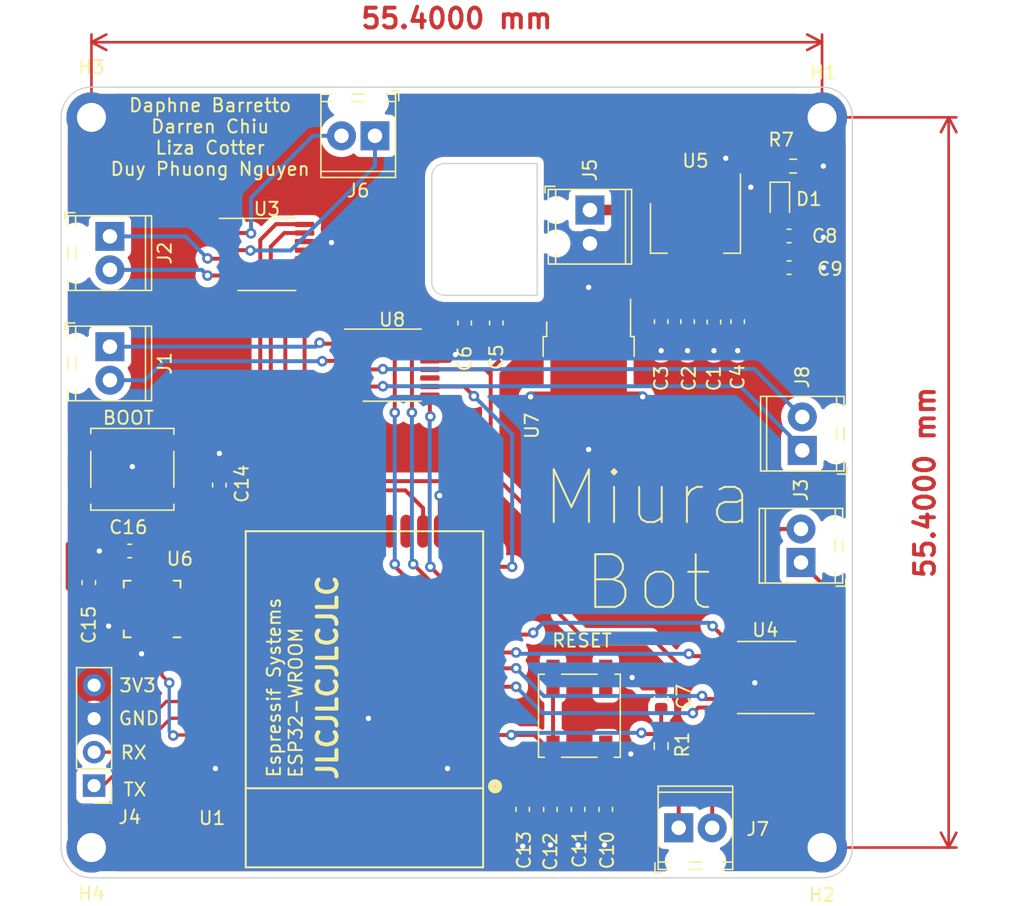
<source format=kicad_pcb>
(kicad_pcb (version 20211014) (generator pcbnew)
  (layers (0 "F.Cu" signal) (31 "B.Cu" signal) (34 "B.Paste" user) (35 "F.Paste" user) (36 "B.SilkS" user "B.Silkscreen") (37 "F.SilkS" user "F.Silkscreen") (38 "B.Mask" user) (39 "F.Mask" user) (44 "Edge.Cuts" user))
  (net 0 "")
  (net 1 "GND")
  (net 7 "Net-(J6-Pad2)")
  (net 9 "Net-(D1-Pad1)")
  (net 11 "+3V3")
  (net 13 "Net-(C16-Pad1)")
  (net 15 "Net-(J1-Pad1)")
  (net 17 "Net-(J1-Pad2)")
  (net 18 "Net-(J2-Pad1)")
  (net 20 "TXD0")
  (net 21 "Net-(J2-Pad2)")
  (net 23 "RXD0")
  (net 24 "Net-(J3-Pad1)")
  (net 26 "MOTOR_SUPPLY")
  (net 28 "Net-(J3-Pad2)")
  (net 29 "Net-(J6-Pad1)")
  (net 32 "Net-(J7-Pad1)")
  (net 33 "Net-(J7-Pad2)")
  (net 35 "Net-(J8-Pad1)")
  (net 36 "Net-(J8-Pad2)")
  (net 40 "MOTOR_B22_IN")
  (net 41 "MOTOR_B21_IN")
  (net 42 "MOTOR_A22_IN")
  (net 43 "MOTOR_A21_IN")
  (net 44 "MOTOR_B12_IN")
  (net 45 "MOTOR_B11_IN")
  (net 46 "MOTOR_A12_IN")
  (net 47 "MOTOR_A11_IN")
  (net 52 "SDA")
  (net 53 "SCL")
  (net 70 "Net-(C7-Pad1)")
  (net 71 "Net-(C14-Pad1)")
  (net 78 "VBAT")
  (net 79 "MOTOR_B31_IN")
  (net 80 "MOTOR_B32_IN")
  (net 81 "MOTOR_A32_IN")
  (net 82 "MOTOR_A31_IN")
  (footprint "Capacitor_SMD:C_0603_1608Metric" (layer "F.Cu") (at 110.5 42.825 -90)
    (fp_text reference "C1")
    (fp_text value "10uF")
  )
  (footprint "TerminalBlock_Phoenix:TerminalBlock_Phoenix_MPT-0,5-2-2.54_1x02_P2.54mm_Horizontal" (layer "F.Cu") (at 107.83 81.2)
    (fp_text reference "J7")
    (fp_text value "Screw_Terminal_01x02")
  )
  (footprint "TerminalBlock_Phoenix:TerminalBlock_Phoenix_MPT-0,5-2-2.54_1x02_P2.54mm_Horizontal" (layer "F.Cu") (at 64.7 36.33 -90)
    (fp_text reference "J2")
    (fp_text value "Screw_Terminal_01x02")
  )
  (footprint "Capacitor_SMD:C_0603_1608Metric" (layer "F.Cu") (at 112.3 42.8 -90)
    (fp_text reference "C4")
    (fp_text value "10uF")
  )
  (footprint "ESP32-footprints-Lib:ESP32-WROOM" (layer "F.Cu") (at 84 69.2 180)
    (fp_text reference "U1")
    (fp_text value "ESP32-WROOM")
  )
  (footprint "Capacitor_SMD:C_0603_1608Metric" (layer "F.Cu") (at 73 55.2 90)
    (fp_text reference "C14")
    (fp_text value "0.1uF")
  )
  (footprint "Capacitor_SMD:C_0603_1608Metric" (layer "F.Cu") (at 100.2 79.8 -90)
    (fp_text reference "C11")
    (fp_text value "0.1uF")
  )
  (footprint "Package_SO:TSSOP-16_4.4x5mm_P0.65mm" (layer "F.Cu") (at 86.1 46.1)
    (fp_text reference "U8")
    (fp_text value "DRV8833PW")
  )
  (footprint "Button_Switch_SMD:SW_SPST_EVPBF" (layer "F.Cu") (at 100.3 72.7 90)
    (fp_text reference "SW1" hide)
    (fp_text value "SW_Push")
  )
  (footprint "Capacitor_SMD:C_0603_1608Metric" (layer "F.Cu") (at 106.5 42.8 -90)
    (fp_text reference "C3")
    (fp_text value "10uF")
  )
  (footprint "Resistor_SMD:R_0603_1608Metric_Pad0.98x0.95mm_HandSolder" (layer "F.Cu") (at 116.5 31 180)
    (fp_text reference "R7")
    (fp_text value "10k")
  )
  (footprint "MountingHole:MountingHole_2.2mm_M2_DIN965_Pad" (layer "F.Cu") (at 63.3 82.7)
    (fp_text reference "H4")
    (fp_text value "MountingHole_Pad")
  )
  (footprint "Package_SO:TSSOP-16_4.4x5mm_P0.65mm" (layer "F.Cu") (at 114.5 69.8 180)
    (fp_text reference "U4")
    (fp_text value "DRV8833PW")
  )
  (footprint "Capacitor_SMD:C_0603_1608Metric" (layer "F.Cu") (at 116.2 36.3)
    (fp_text reference "C8")
    (fp_text value "10uF")
  )
  (footprint "Connector_PinHeader_2.54mm:PinHeader_1x04_P2.54mm_Vertical" (layer "F.Cu") (at 63.5 78 180)
    (fp_text reference "J4")
    (fp_text value "Conn_01x04_Male")
  )
  (footprint "Capacitor_SMD:C_0603_1608Metric" (layer "F.Cu") (at 91.6 42.9 -90)
    (fp_text reference "C6")
    (fp_text value "10uF")
  )
  (footprint "MountingHole:MountingHole_2.2mm_M2_DIN965_Pad" (layer "F.Cu") (at 118.7 27.3)
    (fp_text reference "H1")
    (fp_text value "MountingHole_Pad")
  )
  (footprint "Capacitor_SMD:C_0603_1608Metric" (layer "F.Cu") (at 63.1 62.6 90)
    (fp_text reference "C15")
    (fp_text value "0.1uF")
  )
  (footprint "Package_SO:TSSOP-16_4.4x5mm_P0.65mm" (layer "F.Cu") (at 76.6 37.7)
    (fp_text reference "U3")
    (fp_text value "DRV8833PW")
  )
  (footprint "Capacitor_SMD:C_0603_1608Metric" (layer "F.Cu") (at 94 42.9 -90)
    (fp_text reference "C5")
    (fp_text value "10uF")
  )
  (footprint "TerminalBlock_Phoenix:TerminalBlock_Phoenix_MPT-0,5-2-2.54_1x02_P2.54mm_Horizontal" (layer "F.Cu") (at 117.1 61.07 90)
    (fp_text reference "J3")
    (fp_text value "Screw_Terminal_01x02")
  )
  (footprint "Capacitor_SMD:C_0603_1608Metric" (layer "F.Cu") (at 102.3 79.8 -90)
    (fp_text reference "C10")
    (fp_text value "0.1uF")
  )
  (footprint "MountingHole:MountingHole_2.2mm_M2_DIN965_Pad" (layer "F.Cu") (at 63.3 27.3)
    (fp_text reference "H3")
    (fp_text value "MountingHole_Pad")
  )
  (footprint "LED_SMD:LED_0603_1608Metric" (layer "F.Cu") (at 115.5 33.7 -90)
    (fp_text reference "D1")
    (fp_text value "LED")
  )
  (footprint "Resistor_SMD:R_0603_1608Metric_Pad0.98x0.95mm_HandSolder" (layer "F.Cu") (at 106.5 75 90)
    (fp_text reference "R1")
    (fp_text value "10k")
  )
  (footprint "Sensor_Motion:InvenSense_QFN-24_4x4mm_P0.5mm" (layer "F.Cu") (at 67.9 64.6 180)
    (fp_text reference "U6")
    (fp_text value "MPU-6050")
  )
  (footprint "TerminalBlock_Phoenix:TerminalBlock_Phoenix_MPT-0,5-2-2.54_1x02_P2.54mm_Horizontal" (layer "F.Cu") (at 117.2 52.57 90)
    (fp_text reference "J8")
    (fp_text value "Screw_Terminal_01x02")
  )
  (footprint "Button_Switch_SMD:SW_SPST_EVPBF" (layer "F.Cu") (at 66.4 54 180)
    (fp_text reference "SW2" hide)
    (fp_text value "SW_Push")
  )
  (footprint "Capacitor_SMD:C_0603_1608Metric" (layer "F.Cu") (at 98.1 79.8 -90)
    (fp_text reference "C12")
    (fp_text value "0.1uF")
  )
  (footprint "Package_TO_SOT_SMD:SOT-223-3_TabPin2" (layer "F.Cu") (at 109.1 35.7 -90)
    (fp_text reference "U5")
    (fp_text value "AMS1117")
  )
  (footprint "TerminalBlock_Phoenix:TerminalBlock_Phoenix_MPT-0,5-2-2.54_1x02_P2.54mm_Horizontal" (layer "F.Cu") (at 101.1 34.33 -90)
    (fp_text reference "J5")
    (fp_text value "Screw_Terminal_01x02")
  )
  (footprint "Capacitor_SMD:C_0603_1608Metric" (layer "F.Cu") (at 116.2 38.7)
    (fp_text reference "C9")
    (fp_text value "10uF")
  )
  (footprint "Capacitor_SMD:C_0603_1608Metric" (layer "F.Cu") (at 108.5 42.8 -90)
    (fp_text reference "C2")
    (fp_text value "10uF")
  )
  (footprint "MountingHole:MountingHole_2.2mm_M2_DIN965_Pad" (layer "F.Cu") (at 118.7 82.7)
    (fp_text reference "H2")
    (fp_text value "MountingHole_Pad")
  )
  (footprint "Package_TO_SOT_SMD:TO-252-3_TabPin2" (layer "F.Cu") (at 101 46.4 -90)
    (fp_text reference "U7")
    (fp_text value "L7806")
  )
  (footprint "Capacitor_SMD:C_0603_1608Metric" (layer "F.Cu") (at 66.2 60.2 180)
    (fp_text reference "C16")
    (fp_text value "0.1uF")
  )
  (footprint "TerminalBlock_Phoenix:TerminalBlock_Phoenix_MPT-0,5-2-2.54_1x02_P2.54mm_Horizontal" (layer "F.Cu") (at 64.7 44.7 -90)
    (fp_text reference "J1")
    (fp_text value "Screw_Terminal_01x02")
  )
  (footprint "TerminalBlock_Phoenix:TerminalBlock_Phoenix_MPT-0,5-2-2.54_1x02_P2.54mm_Horizontal" (layer "F.Cu") (at 84.8 28.7 180)
    (fp_text reference "J6")
    (fp_text value "Screw_Terminal_01x02")
  )
  (footprint "Capacitor_SMD:C_0603_1608Metric" (layer "F.Cu") (at 106.5 71.4 90)
    (fp_text reference "C7")
    (fp_text value "0.1uF")
  )
  (footprint "Capacitor_SMD:C_0603_1608Metric" (layer "F.Cu") (at 96 79.8 -90)
    (fp_text reference "C13")
    (fp_text value "0.1uF")
  )
  (gr_arc (start 121 82.7) (mid 120.326346 84.326346) (end 118.7 85) (layer "Edge.Cuts") (width 0.1))
  (gr_line (start 118.7 25) (end 63.3 25) (layer "Edge.Cuts") (width 0.1))
  (gr_arc (start 118.7 25) (mid 120.326346 25.673654) (end 121 27.3) (layer "Edge.Cuts") (width 0.1))
  (gr_line (start 63.3 85) (end 118.7 85) (layer "Edge.Cuts") (width 0.1))
  (gr_arc (start 63.3 85) (mid 61.673654 84.326346) (end 61 82.7) (layer "Edge.Cuts") (width 0.1))
  (gr_arc (start 61 27.3) (mid 61.673654 25.673654) (end 63.3 25) (layer "Edge.Cuts") (width 0.1))
  (gr_line (start 89.1 31.8) (end 89.1 39.8) (layer "Edge.Cuts") (width 0.1))
  (gr_line (start 97.1 40.8) (end 90.1 40.8) (layer "Edge.Cuts") (width 0.1))
  (gr_arc (start 89.1 31.8) (mid 89.392893 31.092893) (end 90.1 30.8) (layer "Edge.Cuts") (width 0.1))
  (gr_line (start 121 27.3) (end 121 82.7) (layer "Edge.Cuts") (width 0.1))
  (gr_line (start 97.1 30.8) (end 90.1 30.8) (layer "Edge.Cuts") (width 0.1))
  (gr_line (start 97.1 30.8) (end 97.1 40.8) (layer "Edge.Cuts") (width 0.1))
  (gr_line (start 61 82.7) (end 61 27.3) (layer "Edge.Cuts") (width 0.1))
  (gr_arc (start 90.1 40.8) (mid 89.392893 40.507107) (end 89.1 39.8) (layer "Edge.Cuts") (width 0.1))
  (gr_text "TX" (at 66.6 78.3) (layer "F.SilkS") (effects (font (size 1 1))))
  (gr_text "GND" (at 66.9 72.9) (layer "F.SilkS") (effects (font (size 1 1))))
  (gr_text "BOOT\n" (at 66.1 50.1) (layer "F.SilkS") (effects (font (size 1 1))))
  (gr_text "RX" (at 66.5 75.5) (layer "F.SilkS") (effects (font (size 1 1))))
  (gr_text "RESET\n" (at 100.5 67) (layer "F.SilkS") (effects (font (size 1 1))))
  (gr_text "Miura\nBot\n\n" (at 105.5 62.6) (layer "F.SilkS") (effects (font (size 4 4))))
  (gr_text "JLCJLCJLCJLC" (at 81.2 69.8 90) (layer "F.SilkS") (effects (font (size 1.5 1.5) (thickness 0.3))))
  (gr_text "3V3\n" (at 66.8 70.4) (layer "F.SilkS") (effects (font (size 1 1))))
  (gr_text "Daphne Barretto\nDarren Chiu\nLiza Cotter\nDuy Phuong Nguyen\n" (at 72.3 28.8) (layer "F.SilkS") (effects (font (size 1 1))))
  (dimension (type aligned) (layer "F.Cu") (pts (xy 63.3 27.3) (xy 118.700001 27.299999)) (height -5.699999) (gr_text "55.4000 mm" (at 91 19.800001) (layer "F.Cu") (effects (font (size 1.5 1.5) (thickness 0.3)))) (format (units 3) (units_format 1) (precision 4)) (style (thickness 0.2) (arrow_length 1.27) (text_position_mode 0) (extension_height 0.58642) (extension_offset 0.5) keep_text_aligned))
  (dimension (type aligned) (layer "F.Cu") (pts (xy 118.700001 27.299999) (xy 118.7 82.7)) (height -9.599999) (gr_text "55.4000 mm" (at 126.5 54.999999 90) (layer "F.Cu") (effects (font (size 1.5 1.5) (thickness 0.3)))) (format (units 3) (units_format 1) (precision 4)) (style (thickness 0.2) (arrow_length 1.27) (text_position_mode 0) (extension_height 0.58642) (extension_offset 0.5) keep_text_aligned))
  (segment (start 112.3 43.575) (end 112.3 45) (width 0.25) (layer "F.Cu") (net 1))
  (segment (start 63.52 52) (end 69.28 52) (width 0.25) (layer "F.Cu") (net 1))
  (segment (start 88.9625 45.775) (end 90.425 45.775) (width 0.3) (layer "F.Cu") (net 1))
  (segment (start 90.9 44.375) (end 91.6 43.675) (width 0.3) (layer "F.Cu") (net 1))
  (segment (start 106.5 43.575) (end 106.5 45) (width 0.25) (layer "F.Cu") (net 1))
  (segment (start 64.65 65.85) (end 64.6 65.9) (width 0.25) (layer "F.Cu") (net 1))
  (segment (start 93 76.7) (end 90.3 76.7) (width 0.3) (layer "F.Cu") (net 1))
  (segment (start 63.1 61.825) (end 63.1 61) (width 0.3) (layer "F.Cu") (net 1))
  (segment (start 94 43.675) (end 91.6 43.675) (width 0.8) (layer "F.Cu") (net 1))
  (segment (start 116.975 38.7) (end 118.8 38.7) (width 0.25) (layer "F.Cu") (net 1))
  (segment (start 111.4 32.55) (end 111.4 30.4) (width 0.8) (layer "F.Cu") (net 1))
  (segment (start 113.525 70.125) (end 113.6 70.2) (width 0.3) (layer "F.Cu") (net 1))
  (segment (start 111.4 32.55) (end 113.25 32.55) (width 0.8) (layer "F.Cu") (net 1))
  (segment (start 111.6375 70.125) (end 113.525 70.125) (width 0.3) (layer "F.Cu") (net 1))
  (segment (start 67.15 62.65) (end 67.15 61.925) (width 0.3) (layer "F.Cu") (net 1))
  (segment (start 75 76.7) (end 72.7 76.7) (width 0.25) (layer "F.Cu") (net 1))
  (segment (start 100.2 80.575) (end 100.2 82.5) (width 0.3) (layer "F.Cu") (net 1))
  (segment (start 84.3 69) (end 84.3 72.9) (width 0.25) (layer "F.Cu") (net 1))
  (segment (start 63.1 61) (end 63.9 60.2) (width 0.3) (layer "F.Cu") (net 1))
  (segment (start 79.4625 37.375) (end 80.925 37.375) (width 0.3) (layer "F.Cu") (net 1))
  (segment (start 73 54.425) (end 73 52.8) (width 0.3) (layer "F.Cu") (net 1))
  (segment (start 110.5 43.6) (end 110.5 45) (width 0.25) (layer "F.Cu") (net 1))
  (segment (start 106.5 70.625) (end 105.125 70.625) (width 0.3) (layer "F.Cu") (net 1))
  (segment (start 80.925 37.375) (end 81.5 36.8) (width 0.3) (layer "F.Cu") (net 1))
  (segment (start 102.3 80.575) (end 102.3 82.4) (width 0.3) (layer "F.Cu") (net 1))
  (segment (start 101 48.5) (end 96.6 48.5) (width 0.8) (layer "F.Cu") (net 1))
  (segment (start 118.7 36.3) (end 118.8 36.4) (width 0.25) (layer "F.Cu") (net 1))
  (segment (start 96 80.575) (end 96 82.6) (width 0.3) (layer "F.Cu") (net 1))
  (segment (start 104.18 75.58) (end 104.2 75.6) (width 0.3) (layer "F.Cu") (net 1))
  (segment (start 102.3 82.4) (end 102.2 82.5) (width 0.3) (layer "F.Cu") (net 1))
  (segment (start 98.1 80.575) (end 98.1 82.5) (width 0.3) (layer "F.Cu") (net 1))
  (segment (start 90.9 45.3) (end 90.9 44.375) (width 0.3) (layer "F.Cu") (net 1))
  (segment (start 102.3 75.58) (end 104.18 75.58) (width 0.3) (layer "F.Cu") (net 1))
  (segment (start 65.425 60.2) (end 63.9 60.2) (width 0.3) (layer "F.Cu") (net 1))
  (segment (start 67.15 66.55) (end 67.15 67.95) (width 0.3) (layer "F.Cu") (net 1))
  (segment (start 108.5 43.575) (end 108.5 45) (width 0.25) (layer "F.Cu") (net 1))
  (segment (start 101 48.5) (end 105.1 48.5) (width 0.8) (layer "F.Cu") (net 1))
  (segment (start 67.15 61.925) (end 65.425 60.2) (width 0.3) (layer "F.Cu") (net 1))
  (segment (start 89.715 56.015) (end 89.7 56) (width 0.3) (layer "F.Cu") (net 1))
  (segment (start 65.32 53.8) (end 66.4 53.8) (width 0.25) (layer "F.Cu") (net 1))
  (segment (start 117.075 36.3) (end 118.7 36.3) (width 0.25) (layer "F.Cu") (net 1))
  (segment (start 89.715 58.7) (end 89.715 56.015) (width 0.3) (layer "F.Cu") (net 1))
  (segment (start 101 42.2) (end 101 40.2) (width 0.8) (layer "F.Cu") (net 1))
  (segment (start 90.425 45.775) (end 90.9 45.3) (width 0.3) (layer "F.Cu") (net 1))
  (segment (start 105.125 70.625) (end 104.3 69.8) (width 0.3) (layer "F.Cu") (net 1))
  (segment (start 101 48.5) (end 101 52.5) (width 0.8) (layer "F.Cu") (net 1))
  (segment (start 117.4125 31) (end 118.8 31) (width 0.25) (layer "F.Cu") (net 1))
  (segment (start 113.25 32.55) (end 113.3 32.6) (width 0.8) (layer "F.Cu") (net 1))
  (segment (start 65.95 65.85) (end 64.65 65.85) (width 0.25) (layer "F.Cu") (net 1))
  (segment (start 63.52 52) (end 65.32 53.8) (width 0.25) (layer "F.Cu") (net 1))
  (segment (start 67.15 67.95) (end 67.1 68) (width 0.3) (layer "F.Cu") (net 1))
  (segment (start 102.3 69.82) (end 104.28 69.82) (width 0.3) (layer "F.Cu") (net 1))
  (segment (start 104.28 69.82) (end 104.3 69.8) (width 0.3) (layer "F.Cu") (net 1))
  (via (at 90.3 76.7) (size 0.8) (drill 0.4) (layers "F.Cu" "B.Cu") (net 1))
  (via (at 118.8 38.7) (size 0.8) (drill 0.4) (layers "F.Cu" "B.Cu") (net 1))
  (via (at 96.6 48.5) (size 0.8) (drill 0.4) (layers "F.Cu" "B.Cu") (net 1))
  (via (at 112.3 45) (size 0.8) (drill 0.4) (layers "F.Cu" "B.Cu") (net 1))
  (via (at 106.5 45) (size 0.8) (drill 0.4) (layers "F.Cu" "B.Cu") (net 1))
  (via (at 66.4 53.8) (size 0.8) (drill 0.4) (layers "F.Cu" "B.Cu") (net 1))
  (via (at 118.8 36.4) (size 0.8) (drill 0.4) (layers "F.Cu" "B.Cu") (net 1))
  (via (at 104.2 75.6) (size 0.8) (drill 0.4) (layers "F.Cu" "B.Cu") (net 1))
  (via (at 98.1 82.5) (size 0.8) (drill 0.4) (layers "F.Cu" "B.Cu") (net 1))
  (via (at 63.9 60.2) (size 0.8) (drill 0.4) (layers "F.Cu" "B.Cu") (net 1))
  (via (at 101 40.2) (size 0.8) (drill 0.4) (layers "F.Cu" "B.Cu") (net 1))
  (via (at 105.1 48.5) (size 0.8) (drill 0.4) (layers "F.Cu" "B.Cu") (net 1))
  (via (at 100.2 82.5) (size 0.8) (drill 0.4) (layers "F.Cu" "B.Cu") (net 1))
  (via (at 73 52.8) (size 0.8) (drill 0.4) (layers "F.Cu" "B.Cu") (net 1))
  (via (at 104.3 69.8) (size 0.8) (drill 0.4) (layers "F.Cu" "B.Cu") (net 1))
  (via (at 89.7 56) (size 0.8) (drill 0.4) (layers "F.Cu" "B.Cu") (net 1))
  (via (at 72.7 76.7) (size 0.8) (drill 0.4) (layers "F.Cu" "B.Cu") (net 1))
  (via (at 96 82.6) (size 0.8) (drill 0.4) (layers "F.Cu" "B.Cu") (net 1))
  (via (at 90.9 45.3) (size 0.8) (drill 0.4) (layers "F.Cu" "B.Cu") (net 1))
  (via (at 108.5 45) (size 0.8) (drill 0.4) (layers "F.Cu" "B.Cu") (net 1))
  (via (at 111.4 30.4) (size 0.8) (drill 0.4) (layers "F.Cu" "B.Cu") (net 1))
  (via (at 67.1 68) (size 0.8) (drill 0.4) (layers "F.Cu" "B.Cu") (net 1))
  (via (at 64.6 65.9) (size 0.8) (drill 0.4) (layers "F.Cu" "B.Cu") (net 1))
  (via (at 81.5 36.8) (size 0.8) (drill 0.4) (layers "F.Cu" "B.Cu") (net 1))
  (via (at 84.3 72.9) (size 0.8) (drill 0.4) (layers "F.Cu" "B.Cu") (net 1))
  (via (at 110.5 45) (size 0.8) (drill 0.4) (layers "F.Cu" "B.Cu") (net 1))
  (via (at 113.3 32.6) (size 0.8) (drill 0.4) (layers "F.Cu" "B.Cu") (net 1))
  (via (at 113.6 70.2) (size 0.8) (drill 0.4) (layers "F.Cu" "B.Cu") (net 1))
  (via (at 102.2 82.5) (size 0.8) (drill 0.4) (layers "F.Cu" "B.Cu") (net 1))
  (via (at 118.8 31) (size 0.8) (drill 0.4) (layers "F.Cu" "B.Cu") (net 1))
  (via (at 101 52.5) (size 0.8) (drill 0.4) (layers "F.Cu" "B.Cu") (net 1))
  (segment (start 75.375 36.075) (end 75.4 36.1) (width 0.3) (layer "F.Cu") (net 7))
  (segment (start 73.7375 36.075) (end 75.375 36.075) (width 0.3) (layer "F.Cu") (net 7))
  (via (at 75.4 36.1) (size 0.8) (drill 0.4) (layers "F.Cu" "B.Cu") (net 7))
  (segment (start 75.4 33.4) (end 80.1 28.7) (width 0.3) (layer "B.Cu") (net 7))
  (segment (start 75.4 36.1) (end 75.4 33.4) (width 0.3) (layer "B.Cu") (net 7))
  (segment (start 80.1 28.7) (end 82.26 28.7) (width 0.3) (layer "B.Cu") (net 7))
  (segment (start 115.5875 31) (end 115.5875 32.825) (width 0.25) (layer "F.Cu") (net 9))
  (segment (start 115.5875 32.825) (end 115.5 32.9125) (width 0.25) (layer "F.Cu") (net 9))
  (segment (start 115.525 34.5125) (end 115.5 34.4875) (width 0.25) (layer "F.Cu") (net 11))
  (segment (start 95.23 75.43) (end 96 76.2) (width 0.3) (layer "F.Cu") (net 11))
  (segment (start 63.1 63.375) (end 61.875 63.375) (width 0.3) (layer "F.Cu") (net 11))
  (segment (start 61.5 63) (end 61.5 59.7) (width 0.3) (layer "F.Cu") (net 11))
  (segment (start 63.125 63.35) (end 63.1 63.375) (width 0.3) (layer "F.Cu") (net 11))
  (segment (start 68.65 59.85) (end 68.65 62.65) (width 0.3) (layer "F.Cu") (net 11))
  (segment (start 93 75.43) (end 95.23 75.43) (width 0.3) (layer "F.Cu") (net 11))
  (segment (start 67.5 58.7) (end 68.65 59.85) (width 0.3) (layer "F.Cu") (net 11))
  (segment (start 65.95 63.35) (end 63.125 63.35) (width 0.3) (layer "F.Cu") (net 11))
  (segment (start 115.425 34.5625) (end 115.5 34.4875) (width 0.25) (layer "F.Cu") (net 11))
  (segment (start 61.5 59.7) (end 62.5 58.7) (width 0.3) (layer "F.Cu") (net 11))
  (segment (start 96 76.2) (end 96 79.025) (width 0.3) (layer "F.Cu") (net 11))
  (segment (start 109.1 32.55) (end 109.1 38.85) (width 0.8) (layer "F.Cu") (net 11))
  (segment (start 61.875 63.375) (end 61.5 63) (width 0.3) (layer "F.Cu") (net 11))
  (segment (start 62.5 58.7) (end 67.5 58.7) (width 0.3) (layer "F.Cu") (net 11))
  (segment (start 96 79.025) (end 102.3 79.025) (width 0.3) (layer "F.Cu") (net 11))
  (segment (start 67.65 60.875) (end 66.975 60.2) (width 0.3) (layer "F.Cu") (net 13))
  (segment (start 67.65 62.65) (end 67.65 60.875) (width 0.3) (layer "F.Cu") (net 13))
  (segment (start 83.2375 44.475) (end 80.675 44.475) (width 0.3) (layer "F.Cu") (net 15))
  (segment (start 80.675 44.475) (end 80.6 44.4) (width 0.3) (layer "F.Cu") (net 15))
  (via (at 80.6 44.4) (size 0.8) (drill 0.4) (layers "F.Cu" "B.Cu") (net 15))
  (segment (start 80.6 44.4) (end 80.3 44.7) (width 0.3) (layer "B.Cu") (net 15))
  (segment (start 80.3 44.7) (end 64.7 44.7) (width 0.3) (layer "B.Cu") (net 15))
  (segment (start 83.2375 45.775) (end 80.825 45.775) (width 0.3) (layer "F.Cu") (net 17))
  (segment (start 80.825 45.775) (end 80.8 45.8) (width 0.3) (layer "F.Cu") (net 17))
  (via (at 80.8 45.8) (size 0.8) (drill 0.4) (layers "F.Cu" "B.Cu") (net 17))
  (segment (start 68.8 45.8) (end 67.3 47.3) (width 0.3) (layer "B.Cu") (net 17))
  (segment (start 67.3 47.3) (end 67.24 47.24) (width 0.3) (layer "B.Cu") (net 17))
  (segment (start 80.8 45.8) (end 68.8 45.8) (width 0.3) (layer "B.Cu") (net 17))
  (segment (start 67.24 47.24) (end 64.7 47.24) (width 0.3) (layer "B.Cu") (net 17))
  (segment (start 73.7375 38.025) (end 72.125 38.025) (width 0.3) (layer "F.Cu") (net 18))
  (segment (start 72.125 38.025) (end 72.1 38) (width 0.3) (layer "F.Cu") (net 18))
  (via (at 72.1 38) (size 0.8) (drill 0.4) (layers "F.Cu" "B.Cu") (net 18))
  (segment (start 72.1 38) (end 70.43 36.33) (width 0.3) (layer "B.Cu") (net 18))
  (segment (start 70.43 36.33) (end 64.7 36.33) (width 0.3) (layer "B.Cu") (net 18))
  (segment (start 69.31 72.89) (end 64.2 78) (width 0.25) (layer "F.Cu") (net 20))
  (segment (start 64.2 78) (end 63.5 78) (width 0.25) (layer "F.Cu") (net 20))
  (segment (start 75 72.89) (end 69.31 72.89) (width 0.25) (layer "F.Cu") (net 20))
  (segment (start 73.7375 39.325) (end 73.7125 39.3) (width 0.3) (layer "F.Cu") (net 21))
  (segment (start 73.7125 39.3) (end 72.1 39.3) (width 0.3) (layer "F.Cu") (net 21))
  (via (at 72.1 39.3) (size 0.8) (drill 0.4) (layers "F.Cu" "B.Cu") (net 21))
  (segment (start 72.1 39.3) (end 71.67 38.87) (width 0.3) (layer "B.Cu") (net 21))
  (segment (start 71.67 38.87) (end 64.7 38.87) (width 0.3) (layer "B.Cu") (net 21))
  (segment (start 69 71.6) (end 65.14 75.46) (width 0.25) (layer "F.Cu") (net 23))
  (segment (start 65.14 75.46) (end 63.5 75.46) (width 0.25) (layer "F.Cu") (net 23))
  (segment (start 69.02 71.62) (end 69 71.6) (width 0.25) (layer "F.Cu") (net 23))
  (segment (start 75 71.62) (end 69.02 71.62) (width 0.25) (layer "F.Cu") (net 23))
  (segment (start 118.95 62.92) (end 118.95 70.761396) (width 0.3) (layer "F.Cu") (net 24))
  (segment (start 118.95 70.761396) (end 118.286396 71.425) (width 0.3) (layer "F.Cu") (net 24))
  (segment (start 118.286396 71.425) (end 117.3625 71.425) (width 0.3) (layer "F.Cu") (net 24))
  (segment (start 117.1 61.07) (end 118.95 62.92) (width 0.3) (layer "F.Cu") (net 24))
  (segment (start 93.575 46.425) (end 93.575 46.825) (width 0.3) (layer "F.Cu") (net 26))
  (segment (start 98.8 65) (end 100.5 66.7) (width 0.3) (layer "F.Cu") (net 26))
  (segment (start 93.075 46.425) (end 93.175 46.425) (width 0.3) (layer "F.Cu") (net 26))
  (segment (start 96.2 43) (end 96.9 42.3) (width 0.3) (layer "F.Cu") (net 26))
  (segment (start 98.8 59.4) (end 98.8 65) (width 0.3) (layer "F.Cu") (net 26))
  (segment (start 82.5 39.1) (end 81.425 38.025) (width 0.3) (layer "F.Cu") (net 26))
  (segment (start 95.1 42.2) (end 91.675 42.2) (width 0.8) (layer "F.Cu") (net 26))
  (segment (start 95.4 42.2) (end 95.1 42.2) (width 0.3) (layer "F.Cu") (net 26))
  (segment (start 96.2 43.8) (end 96.2 43) (width 0.3) (layer "F.Cu") (net 26))
  (segment (start 96.2 43) (end 95.4 42.2) (width 0.3) (layer "F.Cu") (net 26))
  (segment (start 93.075 46.425) (end 93.575 46.425) (width 0.3) (layer "F.Cu") (net 26))
  (segment (start 82.5 40.5) (end 82.5 39.1) (width 0.3) (layer "F.Cu") (net 26))
  (segment (start 96.9 42.3) (end 96.9 42.2) (width 0.3) (layer "F.Cu") (net 26))
  (segment (start 100.5 66.7) (end 105.7 66.7) (width 0.3) (layer "F.Cu") (net 26))
  (segment (start 108.475 69.475) (end 111.6375 69.475) (width 0.3) (layer "F.Cu") (net 26))
  (segment (start 98.72 42.2) (end 96.9 42.2) (width 0.8) (layer "F.Cu") (net 26))
  (segment (start 91.525 42.2) (end 84.2 42.2) (width 0.3) (layer "F.Cu") (net 26))
  (segment (start 93.575 54.175) (end 98.8 59.4) (width 0.3) (layer "F.Cu") (net 26))
  (segment (start 91.6 42.125) (end 91.525 42.2) (width 0.3) (layer "F.Cu") (net 26))
  (segment (start 93.575 46.425) (end 96.2 43.8) (width 0.3) (layer "F.Cu") (net 26))
  (segment (start 81.425 38.025) (end 79.4625 38.025) (width 0.3) (layer "F.Cu") (net 26))
  (segment (start 91.675 42.2) (end 91.6 42.125) (width 0.8) (layer "F.Cu") (net 26))
  (segment (start 105.7 66.7) (end 108.475 69.475) (width 0.3) (layer "F.Cu") (net 26))
  (segment (start 93.575 46.825) (end 93.575 54.175) (width 0.3) (layer "F.Cu") (net 26))
  (segment (start 84.2 42.2) (end 82.5 40.5) (width 0.3) (layer "F.Cu") (net 26))
  (segment (start 88.9625 46.425) (end 93.075 46.425) (width 0.3) (layer "F.Cu") (net 26))
  (segment (start 93.175 46.425) (end 93.575 46.825) (width 0.3) (layer "F.Cu") (net 26))
  (segment (start 96.9 42.2) (end 96.2 42.2) (width 0.8) (layer "F.Cu") (net 26))
  (segment (start 96.2 43) (end 96.2 42.2) (width 0.3) (layer "F.Cu") (net 26))
  (segment (start 96.2 42.2) (end 95.1 42.2) (width 0.8) (layer "F.Cu") (net 26))
  (segment (start 114.711396 59.36297) (end 115.544366 58.53) (width 0.3) (layer "F.Cu") (net 28))
  (segment (start 118.45 67.238604) (end 114.711396 63.5) (width 0.3) (layer "F.Cu") (net 28))
  (segment (start 114.711396 63.5) (end 114.711396 59.36297) (width 0.3) (layer "F.Cu") (net 28))
  (segment (start 118.45 69.761396) (end 118.45 67.238604) (width 0.3) (layer "F.Cu") (net 28))
  (segment (start 118.086396 70.125) (end 118.45 69.761396) (width 0.3) (layer "F.Cu") (net 28))
  (segment (start 115.544366 58.53) (end 117.1 58.53) (width 0.3) (layer "F.Cu") (net 28))
  (segment (start 117.3625 70.125) (end 118.086396 70.125) (width 0.3) (layer "F.Cu") (net 28))
  (segment (start 75.3255 37.375) (end 75.3505 37.4) (width 0.3) (layer "F.Cu") (net 29))
  (segment (start 73.7375 37.375) (end 75.3255 37.375) (width 0.3) (layer "F.Cu") (net 29))
  (via (at 75.3505 37.4) (size 0.8) (drill 0.4) (layers "F.Cu" "B.Cu") (net 29))
  (segment (start 75.3505 37.4) (end 78.4 37.4) (width 0.3) (layer "B.Cu") (net 29))
  (segment (start 84.8 31) (end 84.8 28.7) (width 0.3) (layer "B.Cu") (net 29))
  (segment (start 78.4 37.4) (end 84.8 31) (width 0.3) (layer "B.Cu") (net 29))
  (segment (start 114.3 70.513604) (end 114.3 72.3) (width 0.3) (layer "F.Cu") (net 32))
  (segment (start 117.3625 68.175) (end 116.638604 68.175) (width 0.3) (layer "F.Cu") (net 32))
  (segment (start 107.83 78.77) (end 107.83 81.2) (width 0.3) (layer "F.Cu") (net 32))
  (segment (start 114.3 72.3) (end 107.83 78.77) (width 0.3) (layer "F.Cu") (net 32))
  (segment (start 116.638604 68.175) (end 114.3 70.513604) (width 0.3) (layer "F.Cu") (net 32))
  (segment (start 115.3 74.2) (end 110.37 79.13) (width 0.3) (layer "F.Cu") (net 33))
  (segment (start 115.3 70.813604) (end 115.3 74.2) (width 0.3) (layer "F.Cu") (net 33))
  (segment (start 110.37 79.13) (end 110.37 81.2) (width 0.3) (layer "F.Cu") (net 33))
  (segment (start 116.638604 69.475) (end 115.3 70.813604) (width 0.3) (layer "F.Cu") (net 33))
  (segment (start 117.3625 69.475) (end 116.638604 69.475) (width 0.3) (layer "F.Cu") (net 33))
  (segment (start 85.375 47.725) (end 85.4 47.7) (width 0.3) (layer "F.Cu") (net 35))
  (segment (start 83.2375 47.725) (end 85.375 47.725) (width 0.3) (layer "F.Cu") (net 35))
  (via (at 85.4 47.7) (size 0.8) (drill 0.4) (layers "F.Cu" "B.Cu") (net 35))
  (segment (start 117.2 52.4) (end 117.2 52.57) (width 0.3) (layer "B.Cu") (net 35))
  (segment (start 85.4 47.7) (end 112.5 47.7) (width 0.3) (layer "B.Cu") (net 35))
  (segment (start 112.5 47.7) (end 117.2 52.4) (width 0.3) (layer "B.Cu") (net 35))
  (segment (start 83.2375 46.425) (end 85.375 46.425) (width 0.3) (layer "F.Cu") (net 36))
  (segment (start 85.375 46.425) (end 85.4 46.4) (width 0.3) (layer "F.Cu") (net 36))
  (via (at 85.4 46.4) (size 0.8) (drill 0.4) (layers "F.Cu" "B.Cu") (net 36))
  (segment (start 113.57 46.4) (end 117.2 50.03) (width 0.3) (layer "B.Cu") (net 36))
  (segment (start 85.4 46.4) (end 113.57 46.4) (width 0.3) (layer "B.Cu") (net 36))
  (segment (start 108.775 68.175) (end 108.6 68) (width 0.3) (layer "F.Cu") (net 40))
  (segment (start 95.5 67.9) (end 93.09 67.9) (width 0.3) (layer "F.Cu") (net 40))
  (segment (start 111.6375 68.175) (end 108.775 68.175) (width 0.3) (layer "F.Cu") (net 40))
  (segment (start 93.09 67.9) (end 93 67.81) (width 0.3) (layer "F.Cu") (net 40))
  (via (at 108.6 68) (size 0.8) (drill 0.4) (layers "F.Cu" "B.Cu") (net 40))
  (via (at 95.5 67.9) (size 0.8) (drill 0.4) (layers "F.Cu" "B.Cu") (net 40))
  (segment (start 108.6 68) (end 95.6 68) (width 0.3) (layer "B.Cu") (net 40))
  (segment (start 95.6 68) (end 95.5 67.9) (width 0.3) (layer "B.Cu") (net 40))
  (segment (start 111.6375 67.525) (end 111.6375 67.1375) (width 0.3) (layer "F.Cu") (net 41))
  (segment (start 96.8 66.4) (end 96.66 66.54) (width 0.3) (layer "F.Cu") (net 41))
  (segment (start 96.66 66.54) (end 93 66.54) (width 0.3) (layer "F.Cu") (net 41))
  (segment (start 111.6375 67.1375) (end 110.4 65.9) (width 0.3) (layer "F.Cu") (net 41))
  (via (at 96.8 66.4) (size 0.8) (drill 0.4) (layers "F.Cu" "B.Cu") (net 41))
  (via (at 110.4 65.9) (size 0.8) (drill 0.4) (layers "F.Cu" "B.Cu") (net 41))
  (segment (start 97.55 65.65) (end 96.8 66.4) (width 0.3) (layer "B.Cu") (net 41))
  (segment (start 110.15 65.65) (end 97.55 65.65) (width 0.3) (layer "B.Cu") (net 41))
  (segment (start 110.4 65.9) (end 110.15 65.65) (width 0.3) (layer "B.Cu") (net 41))
  (segment (start 95.5 69.1) (end 93.02 69.1) (width 0.3) (layer "F.Cu") (net 42))
  (segment (start 109.825 71.425) (end 109.6 71.2) (width 0.3) (layer "F.Cu") (net 42))
  (segment (start 93.02 69.1) (end 93 69.08) (width 0.3) (layer "F.Cu") (net 42))
  (segment (start 111.6375 71.425) (end 109.825 71.425) (width 0.3) (layer "F.Cu") (net 42))
  (via (at 109.6 71.2) (size 0.8) (drill 0.4) (layers "F.Cu" "B.Cu") (net 42))
  (via (at 95.5 69.1) (size 0.8) (drill 0.4) (layers "F.Cu" "B.Cu") (net 42))
  (segment (start 97.6 71.2) (end 95.5 69.1) (width 0.3) (layer "B.Cu") (net 42))
  (segment (start 109.6 71.2) (end 97.6 71.2) (width 0.3) (layer "B.Cu") (net 42))
  (segment (start 93.15 70.5) (end 93 70.35) (width 0.3) (layer "F.Cu") (net 43))
  (segment (start 109.325 72.075) (end 108.9 72.5) (width 0.3) (layer "F.Cu") (net 43))
  (segment (start 95.5 70.5) (end 93.15 70.5) (width 0.3) (layer "F.Cu") (net 43))
  (segment (start 111.6375 72.075) (end 109.325 72.075) (width 0.3) (layer "F.Cu") (net 43))
  (via (at 95.5 70.5) (size 0.8) (drill 0.4) (layers "F.Cu" "B.Cu") (net 43))
  (via (at 108.9 72.5) (size 0.8) (drill 0.4) (layers "F.Cu" "B.Cu") (net 43))
  (segment (start 97.5 72.5) (end 95.5 70.5) (width 0.3) (layer "B.Cu") (net 43))
  (segment (start 108.9 72.5) (end 97.5 72.5) (width 0.3) (layer "B.Cu") (net 43))
  (segment (start 87.1 55.6) (end 88.445 56.945) (width 0.3) (layer "F.Cu") (net 44))
  (segment (start 88.445 56.945) (end 88.445 58.7) (width 0.3) (layer "F.Cu") (net 44))
  (segment (start 78 54) (end 79.6 55.6) (width 0.3) (layer "F.Cu") (net 44))
  (segment (start 79.6 55.6) (end 87.1 55.6) (width 0.3) (layer "F.Cu") (net 44))
  (segment (start 78.675 39.325) (end 79.4625 39.325) (width 0.3) (layer "F.Cu") (net 44))
  (segment (start 78 54) (end 78 40) (width 0.3) (layer "F.Cu") (net 44))
  (segment (start 78 40) (end 78.675 39.325) (width 0.3) (layer "F.Cu") (net 44))
  (segment (start 79.4625 53.8625) (end 80.5 54.9) (width 0.3) (layer "F.Cu") (net 45))
  (segment (start 79.4625 39.975) (end 79.4625 53.8625) (width 0.3) (layer "F.Cu") (net 45))
  (segment (start 90.3 54.9) (end 93 57.6) (width 0.3) (layer "F.Cu") (net 45))
  (segment (start 93 57.6) (end 93 60.19) (width 0.3) (layer "F.Cu") (net 45))
  (segment (start 80.5 54.9) (end 90.3 54.9) (width 0.3) (layer "F.Cu") (net 45))
  (segment (start 76.9 55.9) (end 77.6 56.6) (width 0.3) (layer "F.Cu") (net 46))
  (segment (start 79 56.6) (end 79.555 57.155) (width 0.3) (layer "F.Cu") (net 46))
  (segment (start 79.555 57.155) (end 79.555 58.7) (width 0.3) (layer "F.Cu") (net 46))
  (segment (start 76.9 37.1) (end 76.9 55.9) (width 0.3) (layer "F.Cu") (net 46))
  (segment (start 77.6 56.6) (end 79 56.6) (width 0.3) (layer "F.Cu") (net 46))
  (segment (start 79.4625 36.075) (end 77.925 36.075) (width 0.3) (layer "F.Cu") (net 46))
  (segment (start 77.925 36.075) (end 76.9 37.1) (width 0.3) (layer "F.Cu") (net 46))
  (segment (start 76.1 36.6) (end 76.1 57.5) (width 0.3) (layer "F.Cu") (net 47))
  (segment (start 78.713604 35.4) (end 77.3 35.4) (width 0.3) (layer "F.Cu") (net 47))
  (segment (start 77.3 58.7) (end 78.285 58.7) (width 0.3) (layer "F.Cu") (net 47))
  (segment (start 79.4625 35.425) (end 78.738604 35.425) (width 0.3) (layer "F.Cu") (net 47))
  (segment (start 76.1 57.5) (end 77.3 58.7) (width 0.3) (layer "F.Cu") (net 47))
  (segment (start 78.738604 35.425) (end 78.713604 35.4) (width 0.3) (layer "F.Cu") (net 47))
  (segment (start 77.3 35.4) (end 76.1 36.6) (width 0.3) (layer "F.Cu") (net 47))
  (segment (start 75 70.35) (end 71.15 70.35) (width 0.25) (layer "F.Cu") (net 52))
  (segment (start 71.15 70.35) (end 69.15 68.35) (width 0.25) (layer "F.Cu") (net 52))
  (segment (start 69.15 68.35) (end 69.15 66.55) (width 0.25) (layer "F.Cu") (net 52))
  (segment (start 69.5 74.2) (end 69.54 74.16) (width 0.25) (layer "F.Cu") (net 53))
  (segment (start 68.65 69.65) (end 69.2 70.2) (width 0.25) (layer "F.Cu") (net 53))
  (segment (start 69.54 74.16) (end 75 74.16) (width 0.25) (layer "F.Cu") (net 53))
  (segment (start 68.65 66.55) (end 68.65 69.65) (width 0.25) (layer "F.Cu") (net 53))
  (via (at 69.5 74.2) (size 0.8) (drill 0.4) (layers "F.Cu" "B.Cu") (net 53))
  (via (at 69.2 70.2) (size 0.8) (drill 0.4) (layers "F.Cu" "B.Cu") (net 53))
  (segment (start 69.2 70.2) (end 69.2 73.9) (width 0.25) (layer "B.Cu") (net 53))
  (segment (start 69.2 73.9) (end 69.5 74.2) (width 0.25) (layer "B.Cu") (net 53))
  (segment (start 93 74.16) (end 95.14 74.16) (width 0.3) (layer "F.Cu") (net 70))
  (segment (start 96.88 74.16) (end 98.3 75.58) (width 0.3) (layer "F.Cu") (net 70))
  (segment (start 105.0875 74.0875) (end 105 74) (width 0.3) (layer "F.Cu") (net 70))
  (segment (start 95.14 74.16) (end 96.88 74.16) (width 0.3) (layer "F.Cu") (net 70))
  (segment (start 98.3 75.58) (end 98.3 69.82) (width 0.3) (layer "F.Cu") (net 70))
  (segment (start 106.5 72.175) (end 106.5 74.0875) (width 0.3) (layer "F.Cu") (net 70))
  (segment (start 106.5 74.0875) (end 105.0875 74.0875) (width 0.3) (layer "F.Cu") (net 70))
  (via (at 95.14 74.16) (size 0.8) (drill 0.4) (layers "F.Cu" "B.Cu") (net 70))
  (via (at 105 74) (size 0.8) (drill 0.4) (layers "F.Cu" "B.Cu") (net 70))
  (segment (start 105 74) (end 95.3 74) (width 0.3) (layer "B.Cu") (net 70))
  (segment (start 95.3 74) (end 95.14 74.16) (width 0.3) (layer "B.Cu") (net 70))
  (segment (start 73 59.9) (end 73.29 60.19) (width 0.3) (layer "F.Cu") (net 71))
  (segment (start 69.28 56) (end 63.52 56) (width 0.3) (layer "F.Cu") (net 71))
  (segment (start 72.975 56) (end 69.28 56) (width 0.3) (layer "F.Cu") (net 71))
  (segment (start 73 55.975) (end 73 59.9) (width 0.3) (layer "F.Cu") (net 71))
  (segment (start 73 55.975) (end 72.975 56) (width 0.3) (layer "F.Cu") (net 71))
  (segment (start 73.29 60.19) (end 75 60.19) (width 0.3) (layer "F.Cu") (net 71))
  (segment (start 105.9 42.2) (end 106.325 42.2) (width 0.8) (layer "F.Cu") (net 78))
  (segment (start 105.02 34.33) (end 106.8 32.55) (width 0.8) (layer "F.Cu") (net 78))
  (segment (start 106.325 42.2) (end 106.5 42.025) (width 0.8) (layer "F.Cu") (net 78))
  (segment (start 101.1 34.33) (end 105.02 34.33) (width 0.8) (layer "F.Cu") (net 78))
  (segment (start 105.02 41.18) (end 105.9 42.06) (width 0.8) (layer "F.Cu") (net 78))
  (segment (start 105.9 42.06) (end 105.9 42.2) (width 0.8) (layer "F.Cu") (net 78))
  (segment (start 104 42.2) (end 105.9 42.2) (width 0.8) (layer "F.Cu") (net 78))
  (segment (start 105 34.275) (end 105 41.125) (width 0.8) (layer "F.Cu") (net 78))
  (segment (start 103.28 42.2) (end 104 42.2) (width 0.8) (layer "F.Cu") (net 78))
  (segment (start 105.02 41.18) (end 104 42.2) (width 0.8) (layer "F.Cu") (net 78))
  (segment (start 106.5 42.025) (end 112.3 42.025) (width 0.8) (layer "F.Cu") (net 78))
  (segment (start 88.9625 49.9625) (end 89 50) (width 0.3) (layer "F.Cu") (net 79))
  (segment (start 89 61.4) (end 90.4 62.8) (width 0.3) (layer "F.Cu") (net 79))
  (segment (start 92.93 62.8) (end 93 62.73) (width 0.3) (layer "F.Cu") (net 79))
  (segment (start 90.4 62.8) (end 92.93 62.8) (width 0.3) (layer "F.Cu") (net 79))
  (segment (start 88.9625 48.375) (end 88.9625 49.9625) (width 0.3) (layer "F.Cu") (net 79))
  (via (at 89 50) (size 0.8) (drill 0.4) (layers "F.Cu" "B.Cu") (net 79))
  (via (at 89 61.4) (size 0.8) (drill 0.4) (layers "F.Cu" "B.Cu") (net 79))
  (segment (start 89 50) (end 88.95 50.05) (width 0.3) (layer "B.Cu") (net 79))
  (segment (start 88.95 50.05) (end 88.95 61.35) (width 0.3) (layer "B.Cu") (net 79))
  (segment (start 88.9625 47.725) (end 91.5755 47.725) (width 0.3) (layer "F.Cu") (net 80))
  (segment (start 93.06 61.4) (end 93 61.46) (width 0.3) (layer "F.Cu") (net 80))
  (segment (start 95.2 61.4) (end 93.06 61.4) (width 0.3) (layer "F.Cu") (net 80))
  (segment (start 91.5755 47.725) (end 92.3 48.4495) (width 0.3) (layer "F.Cu") (net 80))
  (via (at 95.2 61.4) (size 0.8) (drill 0.4) (layers "F.Cu" "B.Cu") (net 80))
  (via (at 92.3 48.4495) (size 0.8) (drill 0.4) (layers "F.Cu" "B.Cu") (net 80))
  (segment (start 92.3 48.4495) (end 95.2 51.3495) (width 0.3) (layer "B.Cu") (net 80))
  (segment (start 95.2 51.3495) (end 95.2 61.4) (width 0.3) (layer "B.Cu") (net 80))
  (segment (start 87.7 61.2) (end 90.5 64) (width 0.3) (layer "F.Cu") (net 81))
  (segment (start 87.6 44.8) (end 87.6 49.7) (width 0.3) (layer "F.Cu") (net 81))
  (segment (start 87.925 44.475) (end 87.6 44.8) (width 0.3) (layer "F.Cu") (net 81))
  (segment (start 90.5 64) (end 93 64) (width 0.3) (layer "F.Cu") (net 81))
  (segment (start 88.9625 44.475) (end 87.925 44.475) (width 0.3) (layer "F.Cu") (net 81))
  (via (at 87.7 61.2) (size 0.8) (drill 0.4) (layers "F.Cu" "B.Cu") (net 81))
  (via (at 87.6 49.7) (size 0.8) (drill 0.4) (layers "F.Cu" "B.Cu") (net 81))
  (segment (start 87.6 61.1) (end 87.7 61.2) (width 0.3) (layer "B.Cu") (net 81))
  (segment (start 87.6 49.7) (end 87.6 61.1) (width 0.3) (layer "B.Cu") (net 81))
  (segment (start 86.3 44.6) (end 86.3 49.7) (width 0.3) (layer "F.Cu") (net 82))
  (segment (start 88.9625 43.825) (end 87.075 43.825) (width 0.3) (layer "F.Cu") (net 82))
  (segment (start 86.3 61.2) (end 86.3 61.360661) (width 0.3) (layer "F.Cu") (net 82))
  (segment (start 92.97 65.3) (end 93 65.27) (width 0.3) (layer "F.Cu") (net 82))
  (segment (start 90.239339 65.3) (end 92.97 65.3) (width 0.3) (layer "F.Cu") (net 82))
  (segment (start 86.3 61.360661) (end 90.239339 65.3) (width 0.3) (layer "F.Cu") (net 82))
  (segment (start 87.075 43.825) (end 86.3 44.6) (width 0.3) (layer "F.Cu") (net 82))
  (via (at 86.3 49.7) (size 0.8) (drill 0.4) (layers "F.Cu" "B.Cu") (net 82))
  (via (at 86.3 61.2) (size 0.8) (drill 0.4) (layers "F.Cu" "B.Cu") (net 82))
  (segment (start 86.3 49.7) (end 86.3 61.2) (width 0.3) (layer "B.Cu") (net 82))
  (zone (net 11) (net_name "+3V3") (layer "F.Cu") (connect_pads yes (clearance 0.508)) (min_thickness 0.254) (fill yes (thermal_gap 0.508) (thermal_bridge_width 0.508))
    (polygon (pts (xy 121 84.9) (xy 61 84.9) (xy 60.9 24.9) (xy 121 24.9)))
  )
  (zone (net 1) (net_name "GND") (layer "B.Cu") (connect_pads yes (clearance 0.508)) (min_thickness 0.254) (fill yes (thermal_gap 0.508) (thermal_bridge_width 0.508))
    (polygon (pts (xy 121 84.9) (xy 61 84.9) (xy 60.9 24.9) (xy 121 24.9)))
  )
)
</source>
